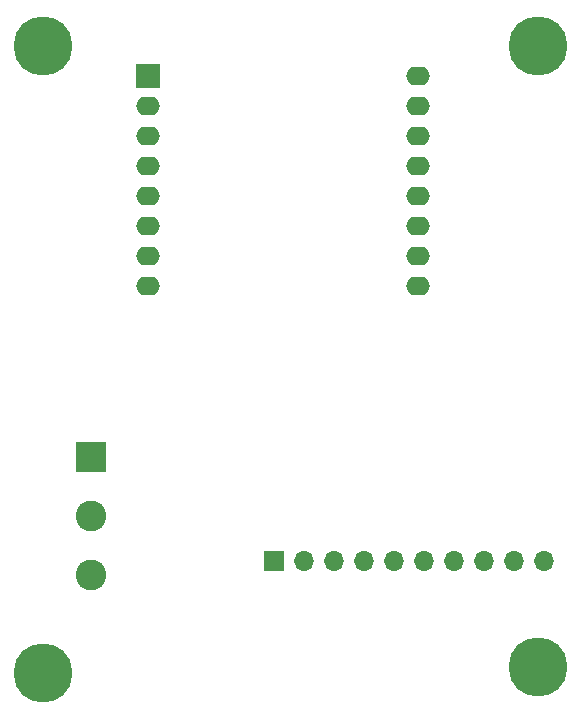
<source format=gbs>
%TF.GenerationSoftware,KiCad,Pcbnew,7.0.8*%
%TF.CreationDate,2023-11-02T17:35:01-07:00*%
%TF.ProjectId,RatGDO-OpenSource-D1Mini-ESP8266,52617447-444f-42d4-9f70-656e536f7572,rev?*%
%TF.SameCoordinates,Original*%
%TF.FileFunction,Soldermask,Bot*%
%TF.FilePolarity,Negative*%
%FSLAX46Y46*%
G04 Gerber Fmt 4.6, Leading zero omitted, Abs format (unit mm)*
G04 Created by KiCad (PCBNEW 7.0.8) date 2023-11-02 17:35:01*
%MOMM*%
%LPD*%
G01*
G04 APERTURE LIST*
%ADD10O,2.000000X1.600000*%
%ADD11R,2.000000X2.000000*%
%ADD12C,5.000000*%
%ADD13R,1.700000X1.700000*%
%ADD14O,1.700000X1.700000*%
%ADD15R,2.600000X2.600000*%
%ADD16C,2.600000*%
G04 APERTURE END LIST*
D10*
%TO.C,U1*%
X152407500Y-66040000D03*
X152407500Y-68580000D03*
X152407500Y-71120000D03*
X152407500Y-73660000D03*
X152407500Y-76200000D03*
X152407500Y-78740000D03*
X152407500Y-81280000D03*
X152407500Y-83820000D03*
X129547500Y-83820000D03*
X129547500Y-81280000D03*
X129547500Y-78740000D03*
X129547500Y-76200000D03*
X129547500Y-73660000D03*
X129547500Y-71120000D03*
X129547500Y-68580000D03*
D11*
X129547500Y-66040000D03*
%TD*%
D12*
%TO.C,REF\u002A\u002A*%
X162560000Y-63500000D03*
%TD*%
%TO.C,REF\u002A\u002A*%
X162560000Y-116078000D03*
%TD*%
%TO.C,REF\u002A\u002A*%
X120650000Y-116586000D03*
%TD*%
%TO.C,REF\u002A\u002A*%
X120650000Y-63500000D03*
%TD*%
D13*
%TO.C,J2*%
X140208000Y-107061000D03*
D14*
X142748000Y-107061000D03*
X145288000Y-107061000D03*
X147828000Y-107061000D03*
X150368000Y-107061000D03*
X152908000Y-107061000D03*
X155448000Y-107061000D03*
X157988000Y-107061000D03*
X160528000Y-107061000D03*
X163068000Y-107061000D03*
%TD*%
D15*
%TO.C,J1*%
X124714000Y-98298000D03*
D16*
X124714000Y-103298000D03*
X124714000Y-108298000D03*
%TD*%
M02*

</source>
